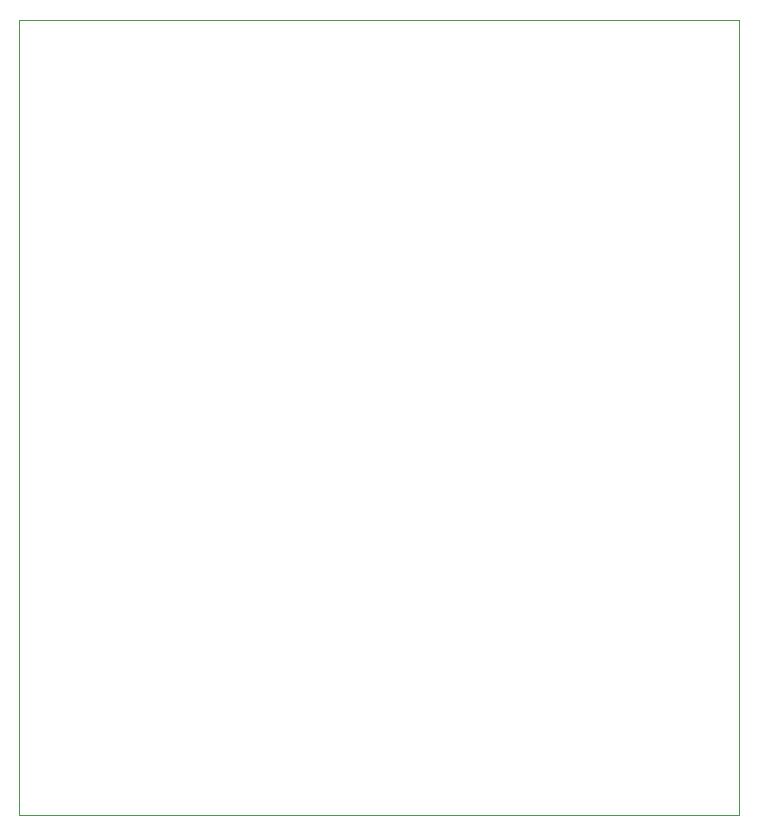
<source format=gko>
G04 #@! TF.FileFunction,Profile,NP*
%FSLAX46Y46*%
G04 Gerber Fmt 4.6, Leading zero omitted, Abs format (unit mm)*
G04 Created by KiCad (PCBNEW 4.0.6) date Sat Dec  9 15:37:01 2017*
%MOMM*%
%LPD*%
G01*
G04 APERTURE LIST*
%ADD10C,0.100000*%
G04 APERTURE END LIST*
D10*
X125730000Y-154940000D02*
X125730000Y-87630000D01*
X186690000Y-154940000D02*
X125730000Y-154940000D01*
X186690000Y-87630000D02*
X186690000Y-154940000D01*
X125730000Y-87630000D02*
X186690000Y-87630000D01*
M02*

</source>
